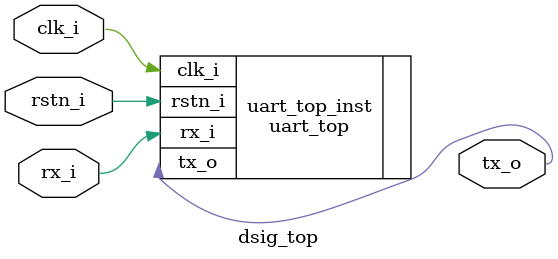
<source format=v>
module dsig_top #(
	 // UART
    parameter DATA_BITS = 24,   		// Количество бит данных, кратное 8
    parameter BAUD_RATE = 9600,		// Скорость передачи (кол-во бит в секунду)
    parameter CLK_FREQ  = 50000000	// Частота тактирующего сигнала (Гц)
) (
	// UART
	(*chip_pin= "23"*)  input wire clk_i,		// Тактовый сигнал
   (*chip_pin= "25"*)  input wire rstn_i,		// Сброс
   (*chip_pin= "115"*) input wire rx_i,     	// Линия приема данных
   (*chip_pin= "114"*) output wire tx_o     	// Линия передачи данных
);
     
	 uart_top #(
        .DATA_BITS	(DATA_BITS	),
		  .BAUD_RATE	(BAUD_RATE	),
		  .CLK_FREQ		(CLK_FREQ	)
    ) uart_top_inst (
        .clk_i  		(clk_i	),
        .rstn_i		(rstn_i	),
        .rx_i  		(rx_i		),
		  .tx_o  		(tx_o		)
    );

endmodule
</source>
